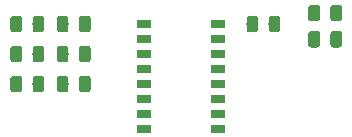
<source format=gbr>
%TF.GenerationSoftware,KiCad,Pcbnew,(5.1.4)-1*%
%TF.CreationDate,2019-11-11T10:46:24+08:00*%
%TF.ProjectId,jlink_vcom_to_rs232_adapter_plate,6a6c696e-6b5f-4766-936f-6d5f746f5f72,rev?*%
%TF.SameCoordinates,Original*%
%TF.FileFunction,Paste,Top*%
%TF.FilePolarity,Positive*%
%FSLAX46Y46*%
G04 Gerber Fmt 4.6, Leading zero omitted, Abs format (unit mm)*
G04 Created by KiCad (PCBNEW (5.1.4)-1) date 2019-11-11 10:46:24*
%MOMM*%
%LPD*%
G04 APERTURE LIST*
%ADD10C,0.350000*%
%ADD11C,0.975000*%
%ADD12R,1.300000X0.800000*%
G04 APERTURE END LIST*
D10*
G36*
X219139542Y-46265774D02*
G01*
X219163203Y-46269284D01*
X219186407Y-46275096D01*
X219208929Y-46283154D01*
X219230553Y-46293382D01*
X219251070Y-46305679D01*
X219270283Y-46319929D01*
X219288007Y-46335993D01*
X219304071Y-46353717D01*
X219318321Y-46372930D01*
X219330618Y-46393447D01*
X219340846Y-46415071D01*
X219348904Y-46437593D01*
X219354716Y-46460797D01*
X219358226Y-46484458D01*
X219359400Y-46508350D01*
X219359400Y-47420850D01*
X219358226Y-47444742D01*
X219354716Y-47468403D01*
X219348904Y-47491607D01*
X219340846Y-47514129D01*
X219330618Y-47535753D01*
X219318321Y-47556270D01*
X219304071Y-47575483D01*
X219288007Y-47593207D01*
X219270283Y-47609271D01*
X219251070Y-47623521D01*
X219230553Y-47635818D01*
X219208929Y-47646046D01*
X219186407Y-47654104D01*
X219163203Y-47659916D01*
X219139542Y-47663426D01*
X219115650Y-47664600D01*
X218628150Y-47664600D01*
X218604258Y-47663426D01*
X218580597Y-47659916D01*
X218557393Y-47654104D01*
X218534871Y-47646046D01*
X218513247Y-47635818D01*
X218492730Y-47623521D01*
X218473517Y-47609271D01*
X218455793Y-47593207D01*
X218439729Y-47575483D01*
X218425479Y-47556270D01*
X218413182Y-47535753D01*
X218402954Y-47514129D01*
X218394896Y-47491607D01*
X218389084Y-47468403D01*
X218385574Y-47444742D01*
X218384400Y-47420850D01*
X218384400Y-46508350D01*
X218385574Y-46484458D01*
X218389084Y-46460797D01*
X218394896Y-46437593D01*
X218402954Y-46415071D01*
X218413182Y-46393447D01*
X218425479Y-46372930D01*
X218439729Y-46353717D01*
X218455793Y-46335993D01*
X218473517Y-46319929D01*
X218492730Y-46305679D01*
X218513247Y-46293382D01*
X218534871Y-46283154D01*
X218557393Y-46275096D01*
X218580597Y-46269284D01*
X218604258Y-46265774D01*
X218628150Y-46264600D01*
X219115650Y-46264600D01*
X219139542Y-46265774D01*
X219139542Y-46265774D01*
G37*
D11*
X218871900Y-46964600D03*
D10*
G36*
X221014542Y-46265774D02*
G01*
X221038203Y-46269284D01*
X221061407Y-46275096D01*
X221083929Y-46283154D01*
X221105553Y-46293382D01*
X221126070Y-46305679D01*
X221145283Y-46319929D01*
X221163007Y-46335993D01*
X221179071Y-46353717D01*
X221193321Y-46372930D01*
X221205618Y-46393447D01*
X221215846Y-46415071D01*
X221223904Y-46437593D01*
X221229716Y-46460797D01*
X221233226Y-46484458D01*
X221234400Y-46508350D01*
X221234400Y-47420850D01*
X221233226Y-47444742D01*
X221229716Y-47468403D01*
X221223904Y-47491607D01*
X221215846Y-47514129D01*
X221205618Y-47535753D01*
X221193321Y-47556270D01*
X221179071Y-47575483D01*
X221163007Y-47593207D01*
X221145283Y-47609271D01*
X221126070Y-47623521D01*
X221105553Y-47635818D01*
X221083929Y-47646046D01*
X221061407Y-47654104D01*
X221038203Y-47659916D01*
X221014542Y-47663426D01*
X220990650Y-47664600D01*
X220503150Y-47664600D01*
X220479258Y-47663426D01*
X220455597Y-47659916D01*
X220432393Y-47654104D01*
X220409871Y-47646046D01*
X220388247Y-47635818D01*
X220367730Y-47623521D01*
X220348517Y-47609271D01*
X220330793Y-47593207D01*
X220314729Y-47575483D01*
X220300479Y-47556270D01*
X220288182Y-47535753D01*
X220277954Y-47514129D01*
X220269896Y-47491607D01*
X220264084Y-47468403D01*
X220260574Y-47444742D01*
X220259400Y-47420850D01*
X220259400Y-46508350D01*
X220260574Y-46484458D01*
X220264084Y-46460797D01*
X220269896Y-46437593D01*
X220277954Y-46415071D01*
X220288182Y-46393447D01*
X220300479Y-46372930D01*
X220314729Y-46353717D01*
X220330793Y-46335993D01*
X220348517Y-46319929D01*
X220367730Y-46305679D01*
X220388247Y-46293382D01*
X220409871Y-46283154D01*
X220432393Y-46275096D01*
X220455597Y-46269284D01*
X220479258Y-46265774D01*
X220503150Y-46264600D01*
X220990650Y-46264600D01*
X221014542Y-46265774D01*
X221014542Y-46265774D01*
G37*
D11*
X220746900Y-46964600D03*
D10*
G36*
X221014542Y-48475574D02*
G01*
X221038203Y-48479084D01*
X221061407Y-48484896D01*
X221083929Y-48492954D01*
X221105553Y-48503182D01*
X221126070Y-48515479D01*
X221145283Y-48529729D01*
X221163007Y-48545793D01*
X221179071Y-48563517D01*
X221193321Y-48582730D01*
X221205618Y-48603247D01*
X221215846Y-48624871D01*
X221223904Y-48647393D01*
X221229716Y-48670597D01*
X221233226Y-48694258D01*
X221234400Y-48718150D01*
X221234400Y-49630650D01*
X221233226Y-49654542D01*
X221229716Y-49678203D01*
X221223904Y-49701407D01*
X221215846Y-49723929D01*
X221205618Y-49745553D01*
X221193321Y-49766070D01*
X221179071Y-49785283D01*
X221163007Y-49803007D01*
X221145283Y-49819071D01*
X221126070Y-49833321D01*
X221105553Y-49845618D01*
X221083929Y-49855846D01*
X221061407Y-49863904D01*
X221038203Y-49869716D01*
X221014542Y-49873226D01*
X220990650Y-49874400D01*
X220503150Y-49874400D01*
X220479258Y-49873226D01*
X220455597Y-49869716D01*
X220432393Y-49863904D01*
X220409871Y-49855846D01*
X220388247Y-49845618D01*
X220367730Y-49833321D01*
X220348517Y-49819071D01*
X220330793Y-49803007D01*
X220314729Y-49785283D01*
X220300479Y-49766070D01*
X220288182Y-49745553D01*
X220277954Y-49723929D01*
X220269896Y-49701407D01*
X220264084Y-49678203D01*
X220260574Y-49654542D01*
X220259400Y-49630650D01*
X220259400Y-48718150D01*
X220260574Y-48694258D01*
X220264084Y-48670597D01*
X220269896Y-48647393D01*
X220277954Y-48624871D01*
X220288182Y-48603247D01*
X220300479Y-48582730D01*
X220314729Y-48563517D01*
X220330793Y-48545793D01*
X220348517Y-48529729D01*
X220367730Y-48515479D01*
X220388247Y-48503182D01*
X220409871Y-48492954D01*
X220432393Y-48484896D01*
X220455597Y-48479084D01*
X220479258Y-48475574D01*
X220503150Y-48474400D01*
X220990650Y-48474400D01*
X221014542Y-48475574D01*
X221014542Y-48475574D01*
G37*
D11*
X220746900Y-49174400D03*
D10*
G36*
X219139542Y-48475574D02*
G01*
X219163203Y-48479084D01*
X219186407Y-48484896D01*
X219208929Y-48492954D01*
X219230553Y-48503182D01*
X219251070Y-48515479D01*
X219270283Y-48529729D01*
X219288007Y-48545793D01*
X219304071Y-48563517D01*
X219318321Y-48582730D01*
X219330618Y-48603247D01*
X219340846Y-48624871D01*
X219348904Y-48647393D01*
X219354716Y-48670597D01*
X219358226Y-48694258D01*
X219359400Y-48718150D01*
X219359400Y-49630650D01*
X219358226Y-49654542D01*
X219354716Y-49678203D01*
X219348904Y-49701407D01*
X219340846Y-49723929D01*
X219330618Y-49745553D01*
X219318321Y-49766070D01*
X219304071Y-49785283D01*
X219288007Y-49803007D01*
X219270283Y-49819071D01*
X219251070Y-49833321D01*
X219230553Y-49845618D01*
X219208929Y-49855846D01*
X219186407Y-49863904D01*
X219163203Y-49869716D01*
X219139542Y-49873226D01*
X219115650Y-49874400D01*
X218628150Y-49874400D01*
X218604258Y-49873226D01*
X218580597Y-49869716D01*
X218557393Y-49863904D01*
X218534871Y-49855846D01*
X218513247Y-49845618D01*
X218492730Y-49833321D01*
X218473517Y-49819071D01*
X218455793Y-49803007D01*
X218439729Y-49785283D01*
X218425479Y-49766070D01*
X218413182Y-49745553D01*
X218402954Y-49723929D01*
X218394896Y-49701407D01*
X218389084Y-49678203D01*
X218385574Y-49654542D01*
X218384400Y-49630650D01*
X218384400Y-48718150D01*
X218385574Y-48694258D01*
X218389084Y-48670597D01*
X218394896Y-48647393D01*
X218402954Y-48624871D01*
X218413182Y-48603247D01*
X218425479Y-48582730D01*
X218439729Y-48563517D01*
X218455793Y-48545793D01*
X218473517Y-48529729D01*
X218492730Y-48515479D01*
X218513247Y-48503182D01*
X218534871Y-48492954D01*
X218557393Y-48484896D01*
X218580597Y-48479084D01*
X218604258Y-48475574D01*
X218628150Y-48474400D01*
X219115650Y-48474400D01*
X219139542Y-48475574D01*
X219139542Y-48475574D01*
G37*
D11*
X218871900Y-49174400D03*
D12*
X210742000Y-47874000D03*
X210742000Y-49154000D03*
X210742000Y-50414000D03*
X210742000Y-51684000D03*
X210742000Y-52964000D03*
X210742000Y-54234000D03*
X210742000Y-55494000D03*
X210742000Y-56774000D03*
X204442000Y-56774000D03*
X204442000Y-55494000D03*
X204442000Y-54234000D03*
X204442000Y-52964000D03*
X204442000Y-51684000D03*
X204442000Y-50414000D03*
X204442000Y-49154000D03*
X204442000Y-47874000D03*
D10*
G36*
X195794642Y-52260174D02*
G01*
X195818303Y-52263684D01*
X195841507Y-52269496D01*
X195864029Y-52277554D01*
X195885653Y-52287782D01*
X195906170Y-52300079D01*
X195925383Y-52314329D01*
X195943107Y-52330393D01*
X195959171Y-52348117D01*
X195973421Y-52367330D01*
X195985718Y-52387847D01*
X195995946Y-52409471D01*
X196004004Y-52431993D01*
X196009816Y-52455197D01*
X196013326Y-52478858D01*
X196014500Y-52502750D01*
X196014500Y-53415250D01*
X196013326Y-53439142D01*
X196009816Y-53462803D01*
X196004004Y-53486007D01*
X195995946Y-53508529D01*
X195985718Y-53530153D01*
X195973421Y-53550670D01*
X195959171Y-53569883D01*
X195943107Y-53587607D01*
X195925383Y-53603671D01*
X195906170Y-53617921D01*
X195885653Y-53630218D01*
X195864029Y-53640446D01*
X195841507Y-53648504D01*
X195818303Y-53654316D01*
X195794642Y-53657826D01*
X195770750Y-53659000D01*
X195283250Y-53659000D01*
X195259358Y-53657826D01*
X195235697Y-53654316D01*
X195212493Y-53648504D01*
X195189971Y-53640446D01*
X195168347Y-53630218D01*
X195147830Y-53617921D01*
X195128617Y-53603671D01*
X195110893Y-53587607D01*
X195094829Y-53569883D01*
X195080579Y-53550670D01*
X195068282Y-53530153D01*
X195058054Y-53508529D01*
X195049996Y-53486007D01*
X195044184Y-53462803D01*
X195040674Y-53439142D01*
X195039500Y-53415250D01*
X195039500Y-52502750D01*
X195040674Y-52478858D01*
X195044184Y-52455197D01*
X195049996Y-52431993D01*
X195058054Y-52409471D01*
X195068282Y-52387847D01*
X195080579Y-52367330D01*
X195094829Y-52348117D01*
X195110893Y-52330393D01*
X195128617Y-52314329D01*
X195147830Y-52300079D01*
X195168347Y-52287782D01*
X195189971Y-52277554D01*
X195212493Y-52269496D01*
X195235697Y-52263684D01*
X195259358Y-52260174D01*
X195283250Y-52259000D01*
X195770750Y-52259000D01*
X195794642Y-52260174D01*
X195794642Y-52260174D01*
G37*
D11*
X195527000Y-52959000D03*
D10*
G36*
X193919642Y-52260174D02*
G01*
X193943303Y-52263684D01*
X193966507Y-52269496D01*
X193989029Y-52277554D01*
X194010653Y-52287782D01*
X194031170Y-52300079D01*
X194050383Y-52314329D01*
X194068107Y-52330393D01*
X194084171Y-52348117D01*
X194098421Y-52367330D01*
X194110718Y-52387847D01*
X194120946Y-52409471D01*
X194129004Y-52431993D01*
X194134816Y-52455197D01*
X194138326Y-52478858D01*
X194139500Y-52502750D01*
X194139500Y-53415250D01*
X194138326Y-53439142D01*
X194134816Y-53462803D01*
X194129004Y-53486007D01*
X194120946Y-53508529D01*
X194110718Y-53530153D01*
X194098421Y-53550670D01*
X194084171Y-53569883D01*
X194068107Y-53587607D01*
X194050383Y-53603671D01*
X194031170Y-53617921D01*
X194010653Y-53630218D01*
X193989029Y-53640446D01*
X193966507Y-53648504D01*
X193943303Y-53654316D01*
X193919642Y-53657826D01*
X193895750Y-53659000D01*
X193408250Y-53659000D01*
X193384358Y-53657826D01*
X193360697Y-53654316D01*
X193337493Y-53648504D01*
X193314971Y-53640446D01*
X193293347Y-53630218D01*
X193272830Y-53617921D01*
X193253617Y-53603671D01*
X193235893Y-53587607D01*
X193219829Y-53569883D01*
X193205579Y-53550670D01*
X193193282Y-53530153D01*
X193183054Y-53508529D01*
X193174996Y-53486007D01*
X193169184Y-53462803D01*
X193165674Y-53439142D01*
X193164500Y-53415250D01*
X193164500Y-52502750D01*
X193165674Y-52478858D01*
X193169184Y-52455197D01*
X193174996Y-52431993D01*
X193183054Y-52409471D01*
X193193282Y-52387847D01*
X193205579Y-52367330D01*
X193219829Y-52348117D01*
X193235893Y-52330393D01*
X193253617Y-52314329D01*
X193272830Y-52300079D01*
X193293347Y-52287782D01*
X193314971Y-52277554D01*
X193337493Y-52269496D01*
X193360697Y-52263684D01*
X193384358Y-52260174D01*
X193408250Y-52259000D01*
X193895750Y-52259000D01*
X193919642Y-52260174D01*
X193919642Y-52260174D01*
G37*
D11*
X193652000Y-52959000D03*
D10*
G36*
X195794642Y-47180174D02*
G01*
X195818303Y-47183684D01*
X195841507Y-47189496D01*
X195864029Y-47197554D01*
X195885653Y-47207782D01*
X195906170Y-47220079D01*
X195925383Y-47234329D01*
X195943107Y-47250393D01*
X195959171Y-47268117D01*
X195973421Y-47287330D01*
X195985718Y-47307847D01*
X195995946Y-47329471D01*
X196004004Y-47351993D01*
X196009816Y-47375197D01*
X196013326Y-47398858D01*
X196014500Y-47422750D01*
X196014500Y-48335250D01*
X196013326Y-48359142D01*
X196009816Y-48382803D01*
X196004004Y-48406007D01*
X195995946Y-48428529D01*
X195985718Y-48450153D01*
X195973421Y-48470670D01*
X195959171Y-48489883D01*
X195943107Y-48507607D01*
X195925383Y-48523671D01*
X195906170Y-48537921D01*
X195885653Y-48550218D01*
X195864029Y-48560446D01*
X195841507Y-48568504D01*
X195818303Y-48574316D01*
X195794642Y-48577826D01*
X195770750Y-48579000D01*
X195283250Y-48579000D01*
X195259358Y-48577826D01*
X195235697Y-48574316D01*
X195212493Y-48568504D01*
X195189971Y-48560446D01*
X195168347Y-48550218D01*
X195147830Y-48537921D01*
X195128617Y-48523671D01*
X195110893Y-48507607D01*
X195094829Y-48489883D01*
X195080579Y-48470670D01*
X195068282Y-48450153D01*
X195058054Y-48428529D01*
X195049996Y-48406007D01*
X195044184Y-48382803D01*
X195040674Y-48359142D01*
X195039500Y-48335250D01*
X195039500Y-47422750D01*
X195040674Y-47398858D01*
X195044184Y-47375197D01*
X195049996Y-47351993D01*
X195058054Y-47329471D01*
X195068282Y-47307847D01*
X195080579Y-47287330D01*
X195094829Y-47268117D01*
X195110893Y-47250393D01*
X195128617Y-47234329D01*
X195147830Y-47220079D01*
X195168347Y-47207782D01*
X195189971Y-47197554D01*
X195212493Y-47189496D01*
X195235697Y-47183684D01*
X195259358Y-47180174D01*
X195283250Y-47179000D01*
X195770750Y-47179000D01*
X195794642Y-47180174D01*
X195794642Y-47180174D01*
G37*
D11*
X195527000Y-47879000D03*
D10*
G36*
X193919642Y-47180174D02*
G01*
X193943303Y-47183684D01*
X193966507Y-47189496D01*
X193989029Y-47197554D01*
X194010653Y-47207782D01*
X194031170Y-47220079D01*
X194050383Y-47234329D01*
X194068107Y-47250393D01*
X194084171Y-47268117D01*
X194098421Y-47287330D01*
X194110718Y-47307847D01*
X194120946Y-47329471D01*
X194129004Y-47351993D01*
X194134816Y-47375197D01*
X194138326Y-47398858D01*
X194139500Y-47422750D01*
X194139500Y-48335250D01*
X194138326Y-48359142D01*
X194134816Y-48382803D01*
X194129004Y-48406007D01*
X194120946Y-48428529D01*
X194110718Y-48450153D01*
X194098421Y-48470670D01*
X194084171Y-48489883D01*
X194068107Y-48507607D01*
X194050383Y-48523671D01*
X194031170Y-48537921D01*
X194010653Y-48550218D01*
X193989029Y-48560446D01*
X193966507Y-48568504D01*
X193943303Y-48574316D01*
X193919642Y-48577826D01*
X193895750Y-48579000D01*
X193408250Y-48579000D01*
X193384358Y-48577826D01*
X193360697Y-48574316D01*
X193337493Y-48568504D01*
X193314971Y-48560446D01*
X193293347Y-48550218D01*
X193272830Y-48537921D01*
X193253617Y-48523671D01*
X193235893Y-48507607D01*
X193219829Y-48489883D01*
X193205579Y-48470670D01*
X193193282Y-48450153D01*
X193183054Y-48428529D01*
X193174996Y-48406007D01*
X193169184Y-48382803D01*
X193165674Y-48359142D01*
X193164500Y-48335250D01*
X193164500Y-47422750D01*
X193165674Y-47398858D01*
X193169184Y-47375197D01*
X193174996Y-47351993D01*
X193183054Y-47329471D01*
X193193282Y-47307847D01*
X193205579Y-47287330D01*
X193219829Y-47268117D01*
X193235893Y-47250393D01*
X193253617Y-47234329D01*
X193272830Y-47220079D01*
X193293347Y-47207782D01*
X193314971Y-47197554D01*
X193337493Y-47189496D01*
X193360697Y-47183684D01*
X193384358Y-47180174D01*
X193408250Y-47179000D01*
X193895750Y-47179000D01*
X193919642Y-47180174D01*
X193919642Y-47180174D01*
G37*
D11*
X193652000Y-47879000D03*
D10*
G36*
X199731642Y-52260174D02*
G01*
X199755303Y-52263684D01*
X199778507Y-52269496D01*
X199801029Y-52277554D01*
X199822653Y-52287782D01*
X199843170Y-52300079D01*
X199862383Y-52314329D01*
X199880107Y-52330393D01*
X199896171Y-52348117D01*
X199910421Y-52367330D01*
X199922718Y-52387847D01*
X199932946Y-52409471D01*
X199941004Y-52431993D01*
X199946816Y-52455197D01*
X199950326Y-52478858D01*
X199951500Y-52502750D01*
X199951500Y-53415250D01*
X199950326Y-53439142D01*
X199946816Y-53462803D01*
X199941004Y-53486007D01*
X199932946Y-53508529D01*
X199922718Y-53530153D01*
X199910421Y-53550670D01*
X199896171Y-53569883D01*
X199880107Y-53587607D01*
X199862383Y-53603671D01*
X199843170Y-53617921D01*
X199822653Y-53630218D01*
X199801029Y-53640446D01*
X199778507Y-53648504D01*
X199755303Y-53654316D01*
X199731642Y-53657826D01*
X199707750Y-53659000D01*
X199220250Y-53659000D01*
X199196358Y-53657826D01*
X199172697Y-53654316D01*
X199149493Y-53648504D01*
X199126971Y-53640446D01*
X199105347Y-53630218D01*
X199084830Y-53617921D01*
X199065617Y-53603671D01*
X199047893Y-53587607D01*
X199031829Y-53569883D01*
X199017579Y-53550670D01*
X199005282Y-53530153D01*
X198995054Y-53508529D01*
X198986996Y-53486007D01*
X198981184Y-53462803D01*
X198977674Y-53439142D01*
X198976500Y-53415250D01*
X198976500Y-52502750D01*
X198977674Y-52478858D01*
X198981184Y-52455197D01*
X198986996Y-52431993D01*
X198995054Y-52409471D01*
X199005282Y-52387847D01*
X199017579Y-52367330D01*
X199031829Y-52348117D01*
X199047893Y-52330393D01*
X199065617Y-52314329D01*
X199084830Y-52300079D01*
X199105347Y-52287782D01*
X199126971Y-52277554D01*
X199149493Y-52269496D01*
X199172697Y-52263684D01*
X199196358Y-52260174D01*
X199220250Y-52259000D01*
X199707750Y-52259000D01*
X199731642Y-52260174D01*
X199731642Y-52260174D01*
G37*
D11*
X199464000Y-52959000D03*
D10*
G36*
X197856642Y-52260174D02*
G01*
X197880303Y-52263684D01*
X197903507Y-52269496D01*
X197926029Y-52277554D01*
X197947653Y-52287782D01*
X197968170Y-52300079D01*
X197987383Y-52314329D01*
X198005107Y-52330393D01*
X198021171Y-52348117D01*
X198035421Y-52367330D01*
X198047718Y-52387847D01*
X198057946Y-52409471D01*
X198066004Y-52431993D01*
X198071816Y-52455197D01*
X198075326Y-52478858D01*
X198076500Y-52502750D01*
X198076500Y-53415250D01*
X198075326Y-53439142D01*
X198071816Y-53462803D01*
X198066004Y-53486007D01*
X198057946Y-53508529D01*
X198047718Y-53530153D01*
X198035421Y-53550670D01*
X198021171Y-53569883D01*
X198005107Y-53587607D01*
X197987383Y-53603671D01*
X197968170Y-53617921D01*
X197947653Y-53630218D01*
X197926029Y-53640446D01*
X197903507Y-53648504D01*
X197880303Y-53654316D01*
X197856642Y-53657826D01*
X197832750Y-53659000D01*
X197345250Y-53659000D01*
X197321358Y-53657826D01*
X197297697Y-53654316D01*
X197274493Y-53648504D01*
X197251971Y-53640446D01*
X197230347Y-53630218D01*
X197209830Y-53617921D01*
X197190617Y-53603671D01*
X197172893Y-53587607D01*
X197156829Y-53569883D01*
X197142579Y-53550670D01*
X197130282Y-53530153D01*
X197120054Y-53508529D01*
X197111996Y-53486007D01*
X197106184Y-53462803D01*
X197102674Y-53439142D01*
X197101500Y-53415250D01*
X197101500Y-52502750D01*
X197102674Y-52478858D01*
X197106184Y-52455197D01*
X197111996Y-52431993D01*
X197120054Y-52409471D01*
X197130282Y-52387847D01*
X197142579Y-52367330D01*
X197156829Y-52348117D01*
X197172893Y-52330393D01*
X197190617Y-52314329D01*
X197209830Y-52300079D01*
X197230347Y-52287782D01*
X197251971Y-52277554D01*
X197274493Y-52269496D01*
X197297697Y-52263684D01*
X197321358Y-52260174D01*
X197345250Y-52259000D01*
X197832750Y-52259000D01*
X197856642Y-52260174D01*
X197856642Y-52260174D01*
G37*
D11*
X197589000Y-52959000D03*
D10*
G36*
X195794642Y-49720174D02*
G01*
X195818303Y-49723684D01*
X195841507Y-49729496D01*
X195864029Y-49737554D01*
X195885653Y-49747782D01*
X195906170Y-49760079D01*
X195925383Y-49774329D01*
X195943107Y-49790393D01*
X195959171Y-49808117D01*
X195973421Y-49827330D01*
X195985718Y-49847847D01*
X195995946Y-49869471D01*
X196004004Y-49891993D01*
X196009816Y-49915197D01*
X196013326Y-49938858D01*
X196014500Y-49962750D01*
X196014500Y-50875250D01*
X196013326Y-50899142D01*
X196009816Y-50922803D01*
X196004004Y-50946007D01*
X195995946Y-50968529D01*
X195985718Y-50990153D01*
X195973421Y-51010670D01*
X195959171Y-51029883D01*
X195943107Y-51047607D01*
X195925383Y-51063671D01*
X195906170Y-51077921D01*
X195885653Y-51090218D01*
X195864029Y-51100446D01*
X195841507Y-51108504D01*
X195818303Y-51114316D01*
X195794642Y-51117826D01*
X195770750Y-51119000D01*
X195283250Y-51119000D01*
X195259358Y-51117826D01*
X195235697Y-51114316D01*
X195212493Y-51108504D01*
X195189971Y-51100446D01*
X195168347Y-51090218D01*
X195147830Y-51077921D01*
X195128617Y-51063671D01*
X195110893Y-51047607D01*
X195094829Y-51029883D01*
X195080579Y-51010670D01*
X195068282Y-50990153D01*
X195058054Y-50968529D01*
X195049996Y-50946007D01*
X195044184Y-50922803D01*
X195040674Y-50899142D01*
X195039500Y-50875250D01*
X195039500Y-49962750D01*
X195040674Y-49938858D01*
X195044184Y-49915197D01*
X195049996Y-49891993D01*
X195058054Y-49869471D01*
X195068282Y-49847847D01*
X195080579Y-49827330D01*
X195094829Y-49808117D01*
X195110893Y-49790393D01*
X195128617Y-49774329D01*
X195147830Y-49760079D01*
X195168347Y-49747782D01*
X195189971Y-49737554D01*
X195212493Y-49729496D01*
X195235697Y-49723684D01*
X195259358Y-49720174D01*
X195283250Y-49719000D01*
X195770750Y-49719000D01*
X195794642Y-49720174D01*
X195794642Y-49720174D01*
G37*
D11*
X195527000Y-50419000D03*
D10*
G36*
X193919642Y-49720174D02*
G01*
X193943303Y-49723684D01*
X193966507Y-49729496D01*
X193989029Y-49737554D01*
X194010653Y-49747782D01*
X194031170Y-49760079D01*
X194050383Y-49774329D01*
X194068107Y-49790393D01*
X194084171Y-49808117D01*
X194098421Y-49827330D01*
X194110718Y-49847847D01*
X194120946Y-49869471D01*
X194129004Y-49891993D01*
X194134816Y-49915197D01*
X194138326Y-49938858D01*
X194139500Y-49962750D01*
X194139500Y-50875250D01*
X194138326Y-50899142D01*
X194134816Y-50922803D01*
X194129004Y-50946007D01*
X194120946Y-50968529D01*
X194110718Y-50990153D01*
X194098421Y-51010670D01*
X194084171Y-51029883D01*
X194068107Y-51047607D01*
X194050383Y-51063671D01*
X194031170Y-51077921D01*
X194010653Y-51090218D01*
X193989029Y-51100446D01*
X193966507Y-51108504D01*
X193943303Y-51114316D01*
X193919642Y-51117826D01*
X193895750Y-51119000D01*
X193408250Y-51119000D01*
X193384358Y-51117826D01*
X193360697Y-51114316D01*
X193337493Y-51108504D01*
X193314971Y-51100446D01*
X193293347Y-51090218D01*
X193272830Y-51077921D01*
X193253617Y-51063671D01*
X193235893Y-51047607D01*
X193219829Y-51029883D01*
X193205579Y-51010670D01*
X193193282Y-50990153D01*
X193183054Y-50968529D01*
X193174996Y-50946007D01*
X193169184Y-50922803D01*
X193165674Y-50899142D01*
X193164500Y-50875250D01*
X193164500Y-49962750D01*
X193165674Y-49938858D01*
X193169184Y-49915197D01*
X193174996Y-49891993D01*
X193183054Y-49869471D01*
X193193282Y-49847847D01*
X193205579Y-49827330D01*
X193219829Y-49808117D01*
X193235893Y-49790393D01*
X193253617Y-49774329D01*
X193272830Y-49760079D01*
X193293347Y-49747782D01*
X193314971Y-49737554D01*
X193337493Y-49729496D01*
X193360697Y-49723684D01*
X193384358Y-49720174D01*
X193408250Y-49719000D01*
X193895750Y-49719000D01*
X193919642Y-49720174D01*
X193919642Y-49720174D01*
G37*
D11*
X193652000Y-50419000D03*
D10*
G36*
X213907142Y-47180174D02*
G01*
X213930803Y-47183684D01*
X213954007Y-47189496D01*
X213976529Y-47197554D01*
X213998153Y-47207782D01*
X214018670Y-47220079D01*
X214037883Y-47234329D01*
X214055607Y-47250393D01*
X214071671Y-47268117D01*
X214085921Y-47287330D01*
X214098218Y-47307847D01*
X214108446Y-47329471D01*
X214116504Y-47351993D01*
X214122316Y-47375197D01*
X214125826Y-47398858D01*
X214127000Y-47422750D01*
X214127000Y-48335250D01*
X214125826Y-48359142D01*
X214122316Y-48382803D01*
X214116504Y-48406007D01*
X214108446Y-48428529D01*
X214098218Y-48450153D01*
X214085921Y-48470670D01*
X214071671Y-48489883D01*
X214055607Y-48507607D01*
X214037883Y-48523671D01*
X214018670Y-48537921D01*
X213998153Y-48550218D01*
X213976529Y-48560446D01*
X213954007Y-48568504D01*
X213930803Y-48574316D01*
X213907142Y-48577826D01*
X213883250Y-48579000D01*
X213395750Y-48579000D01*
X213371858Y-48577826D01*
X213348197Y-48574316D01*
X213324993Y-48568504D01*
X213302471Y-48560446D01*
X213280847Y-48550218D01*
X213260330Y-48537921D01*
X213241117Y-48523671D01*
X213223393Y-48507607D01*
X213207329Y-48489883D01*
X213193079Y-48470670D01*
X213180782Y-48450153D01*
X213170554Y-48428529D01*
X213162496Y-48406007D01*
X213156684Y-48382803D01*
X213153174Y-48359142D01*
X213152000Y-48335250D01*
X213152000Y-47422750D01*
X213153174Y-47398858D01*
X213156684Y-47375197D01*
X213162496Y-47351993D01*
X213170554Y-47329471D01*
X213180782Y-47307847D01*
X213193079Y-47287330D01*
X213207329Y-47268117D01*
X213223393Y-47250393D01*
X213241117Y-47234329D01*
X213260330Y-47220079D01*
X213280847Y-47207782D01*
X213302471Y-47197554D01*
X213324993Y-47189496D01*
X213348197Y-47183684D01*
X213371858Y-47180174D01*
X213395750Y-47179000D01*
X213883250Y-47179000D01*
X213907142Y-47180174D01*
X213907142Y-47180174D01*
G37*
D11*
X213639500Y-47879000D03*
D10*
G36*
X215782142Y-47180174D02*
G01*
X215805803Y-47183684D01*
X215829007Y-47189496D01*
X215851529Y-47197554D01*
X215873153Y-47207782D01*
X215893670Y-47220079D01*
X215912883Y-47234329D01*
X215930607Y-47250393D01*
X215946671Y-47268117D01*
X215960921Y-47287330D01*
X215973218Y-47307847D01*
X215983446Y-47329471D01*
X215991504Y-47351993D01*
X215997316Y-47375197D01*
X216000826Y-47398858D01*
X216002000Y-47422750D01*
X216002000Y-48335250D01*
X216000826Y-48359142D01*
X215997316Y-48382803D01*
X215991504Y-48406007D01*
X215983446Y-48428529D01*
X215973218Y-48450153D01*
X215960921Y-48470670D01*
X215946671Y-48489883D01*
X215930607Y-48507607D01*
X215912883Y-48523671D01*
X215893670Y-48537921D01*
X215873153Y-48550218D01*
X215851529Y-48560446D01*
X215829007Y-48568504D01*
X215805803Y-48574316D01*
X215782142Y-48577826D01*
X215758250Y-48579000D01*
X215270750Y-48579000D01*
X215246858Y-48577826D01*
X215223197Y-48574316D01*
X215199993Y-48568504D01*
X215177471Y-48560446D01*
X215155847Y-48550218D01*
X215135330Y-48537921D01*
X215116117Y-48523671D01*
X215098393Y-48507607D01*
X215082329Y-48489883D01*
X215068079Y-48470670D01*
X215055782Y-48450153D01*
X215045554Y-48428529D01*
X215037496Y-48406007D01*
X215031684Y-48382803D01*
X215028174Y-48359142D01*
X215027000Y-48335250D01*
X215027000Y-47422750D01*
X215028174Y-47398858D01*
X215031684Y-47375197D01*
X215037496Y-47351993D01*
X215045554Y-47329471D01*
X215055782Y-47307847D01*
X215068079Y-47287330D01*
X215082329Y-47268117D01*
X215098393Y-47250393D01*
X215116117Y-47234329D01*
X215135330Y-47220079D01*
X215155847Y-47207782D01*
X215177471Y-47197554D01*
X215199993Y-47189496D01*
X215223197Y-47183684D01*
X215246858Y-47180174D01*
X215270750Y-47179000D01*
X215758250Y-47179000D01*
X215782142Y-47180174D01*
X215782142Y-47180174D01*
G37*
D11*
X215514500Y-47879000D03*
D10*
G36*
X197856642Y-49720174D02*
G01*
X197880303Y-49723684D01*
X197903507Y-49729496D01*
X197926029Y-49737554D01*
X197947653Y-49747782D01*
X197968170Y-49760079D01*
X197987383Y-49774329D01*
X198005107Y-49790393D01*
X198021171Y-49808117D01*
X198035421Y-49827330D01*
X198047718Y-49847847D01*
X198057946Y-49869471D01*
X198066004Y-49891993D01*
X198071816Y-49915197D01*
X198075326Y-49938858D01*
X198076500Y-49962750D01*
X198076500Y-50875250D01*
X198075326Y-50899142D01*
X198071816Y-50922803D01*
X198066004Y-50946007D01*
X198057946Y-50968529D01*
X198047718Y-50990153D01*
X198035421Y-51010670D01*
X198021171Y-51029883D01*
X198005107Y-51047607D01*
X197987383Y-51063671D01*
X197968170Y-51077921D01*
X197947653Y-51090218D01*
X197926029Y-51100446D01*
X197903507Y-51108504D01*
X197880303Y-51114316D01*
X197856642Y-51117826D01*
X197832750Y-51119000D01*
X197345250Y-51119000D01*
X197321358Y-51117826D01*
X197297697Y-51114316D01*
X197274493Y-51108504D01*
X197251971Y-51100446D01*
X197230347Y-51090218D01*
X197209830Y-51077921D01*
X197190617Y-51063671D01*
X197172893Y-51047607D01*
X197156829Y-51029883D01*
X197142579Y-51010670D01*
X197130282Y-50990153D01*
X197120054Y-50968529D01*
X197111996Y-50946007D01*
X197106184Y-50922803D01*
X197102674Y-50899142D01*
X197101500Y-50875250D01*
X197101500Y-49962750D01*
X197102674Y-49938858D01*
X197106184Y-49915197D01*
X197111996Y-49891993D01*
X197120054Y-49869471D01*
X197130282Y-49847847D01*
X197142579Y-49827330D01*
X197156829Y-49808117D01*
X197172893Y-49790393D01*
X197190617Y-49774329D01*
X197209830Y-49760079D01*
X197230347Y-49747782D01*
X197251971Y-49737554D01*
X197274493Y-49729496D01*
X197297697Y-49723684D01*
X197321358Y-49720174D01*
X197345250Y-49719000D01*
X197832750Y-49719000D01*
X197856642Y-49720174D01*
X197856642Y-49720174D01*
G37*
D11*
X197589000Y-50419000D03*
D10*
G36*
X199731642Y-49720174D02*
G01*
X199755303Y-49723684D01*
X199778507Y-49729496D01*
X199801029Y-49737554D01*
X199822653Y-49747782D01*
X199843170Y-49760079D01*
X199862383Y-49774329D01*
X199880107Y-49790393D01*
X199896171Y-49808117D01*
X199910421Y-49827330D01*
X199922718Y-49847847D01*
X199932946Y-49869471D01*
X199941004Y-49891993D01*
X199946816Y-49915197D01*
X199950326Y-49938858D01*
X199951500Y-49962750D01*
X199951500Y-50875250D01*
X199950326Y-50899142D01*
X199946816Y-50922803D01*
X199941004Y-50946007D01*
X199932946Y-50968529D01*
X199922718Y-50990153D01*
X199910421Y-51010670D01*
X199896171Y-51029883D01*
X199880107Y-51047607D01*
X199862383Y-51063671D01*
X199843170Y-51077921D01*
X199822653Y-51090218D01*
X199801029Y-51100446D01*
X199778507Y-51108504D01*
X199755303Y-51114316D01*
X199731642Y-51117826D01*
X199707750Y-51119000D01*
X199220250Y-51119000D01*
X199196358Y-51117826D01*
X199172697Y-51114316D01*
X199149493Y-51108504D01*
X199126971Y-51100446D01*
X199105347Y-51090218D01*
X199084830Y-51077921D01*
X199065617Y-51063671D01*
X199047893Y-51047607D01*
X199031829Y-51029883D01*
X199017579Y-51010670D01*
X199005282Y-50990153D01*
X198995054Y-50968529D01*
X198986996Y-50946007D01*
X198981184Y-50922803D01*
X198977674Y-50899142D01*
X198976500Y-50875250D01*
X198976500Y-49962750D01*
X198977674Y-49938858D01*
X198981184Y-49915197D01*
X198986996Y-49891993D01*
X198995054Y-49869471D01*
X199005282Y-49847847D01*
X199017579Y-49827330D01*
X199031829Y-49808117D01*
X199047893Y-49790393D01*
X199065617Y-49774329D01*
X199084830Y-49760079D01*
X199105347Y-49747782D01*
X199126971Y-49737554D01*
X199149493Y-49729496D01*
X199172697Y-49723684D01*
X199196358Y-49720174D01*
X199220250Y-49719000D01*
X199707750Y-49719000D01*
X199731642Y-49720174D01*
X199731642Y-49720174D01*
G37*
D11*
X199464000Y-50419000D03*
D10*
G36*
X197856642Y-47180174D02*
G01*
X197880303Y-47183684D01*
X197903507Y-47189496D01*
X197926029Y-47197554D01*
X197947653Y-47207782D01*
X197968170Y-47220079D01*
X197987383Y-47234329D01*
X198005107Y-47250393D01*
X198021171Y-47268117D01*
X198035421Y-47287330D01*
X198047718Y-47307847D01*
X198057946Y-47329471D01*
X198066004Y-47351993D01*
X198071816Y-47375197D01*
X198075326Y-47398858D01*
X198076500Y-47422750D01*
X198076500Y-48335250D01*
X198075326Y-48359142D01*
X198071816Y-48382803D01*
X198066004Y-48406007D01*
X198057946Y-48428529D01*
X198047718Y-48450153D01*
X198035421Y-48470670D01*
X198021171Y-48489883D01*
X198005107Y-48507607D01*
X197987383Y-48523671D01*
X197968170Y-48537921D01*
X197947653Y-48550218D01*
X197926029Y-48560446D01*
X197903507Y-48568504D01*
X197880303Y-48574316D01*
X197856642Y-48577826D01*
X197832750Y-48579000D01*
X197345250Y-48579000D01*
X197321358Y-48577826D01*
X197297697Y-48574316D01*
X197274493Y-48568504D01*
X197251971Y-48560446D01*
X197230347Y-48550218D01*
X197209830Y-48537921D01*
X197190617Y-48523671D01*
X197172893Y-48507607D01*
X197156829Y-48489883D01*
X197142579Y-48470670D01*
X197130282Y-48450153D01*
X197120054Y-48428529D01*
X197111996Y-48406007D01*
X197106184Y-48382803D01*
X197102674Y-48359142D01*
X197101500Y-48335250D01*
X197101500Y-47422750D01*
X197102674Y-47398858D01*
X197106184Y-47375197D01*
X197111996Y-47351993D01*
X197120054Y-47329471D01*
X197130282Y-47307847D01*
X197142579Y-47287330D01*
X197156829Y-47268117D01*
X197172893Y-47250393D01*
X197190617Y-47234329D01*
X197209830Y-47220079D01*
X197230347Y-47207782D01*
X197251971Y-47197554D01*
X197274493Y-47189496D01*
X197297697Y-47183684D01*
X197321358Y-47180174D01*
X197345250Y-47179000D01*
X197832750Y-47179000D01*
X197856642Y-47180174D01*
X197856642Y-47180174D01*
G37*
D11*
X197589000Y-47879000D03*
D10*
G36*
X199731642Y-47180174D02*
G01*
X199755303Y-47183684D01*
X199778507Y-47189496D01*
X199801029Y-47197554D01*
X199822653Y-47207782D01*
X199843170Y-47220079D01*
X199862383Y-47234329D01*
X199880107Y-47250393D01*
X199896171Y-47268117D01*
X199910421Y-47287330D01*
X199922718Y-47307847D01*
X199932946Y-47329471D01*
X199941004Y-47351993D01*
X199946816Y-47375197D01*
X199950326Y-47398858D01*
X199951500Y-47422750D01*
X199951500Y-48335250D01*
X199950326Y-48359142D01*
X199946816Y-48382803D01*
X199941004Y-48406007D01*
X199932946Y-48428529D01*
X199922718Y-48450153D01*
X199910421Y-48470670D01*
X199896171Y-48489883D01*
X199880107Y-48507607D01*
X199862383Y-48523671D01*
X199843170Y-48537921D01*
X199822653Y-48550218D01*
X199801029Y-48560446D01*
X199778507Y-48568504D01*
X199755303Y-48574316D01*
X199731642Y-48577826D01*
X199707750Y-48579000D01*
X199220250Y-48579000D01*
X199196358Y-48577826D01*
X199172697Y-48574316D01*
X199149493Y-48568504D01*
X199126971Y-48560446D01*
X199105347Y-48550218D01*
X199084830Y-48537921D01*
X199065617Y-48523671D01*
X199047893Y-48507607D01*
X199031829Y-48489883D01*
X199017579Y-48470670D01*
X199005282Y-48450153D01*
X198995054Y-48428529D01*
X198986996Y-48406007D01*
X198981184Y-48382803D01*
X198977674Y-48359142D01*
X198976500Y-48335250D01*
X198976500Y-47422750D01*
X198977674Y-47398858D01*
X198981184Y-47375197D01*
X198986996Y-47351993D01*
X198995054Y-47329471D01*
X199005282Y-47307847D01*
X199017579Y-47287330D01*
X199031829Y-47268117D01*
X199047893Y-47250393D01*
X199065617Y-47234329D01*
X199084830Y-47220079D01*
X199105347Y-47207782D01*
X199126971Y-47197554D01*
X199149493Y-47189496D01*
X199172697Y-47183684D01*
X199196358Y-47180174D01*
X199220250Y-47179000D01*
X199707750Y-47179000D01*
X199731642Y-47180174D01*
X199731642Y-47180174D01*
G37*
D11*
X199464000Y-47879000D03*
M02*

</source>
